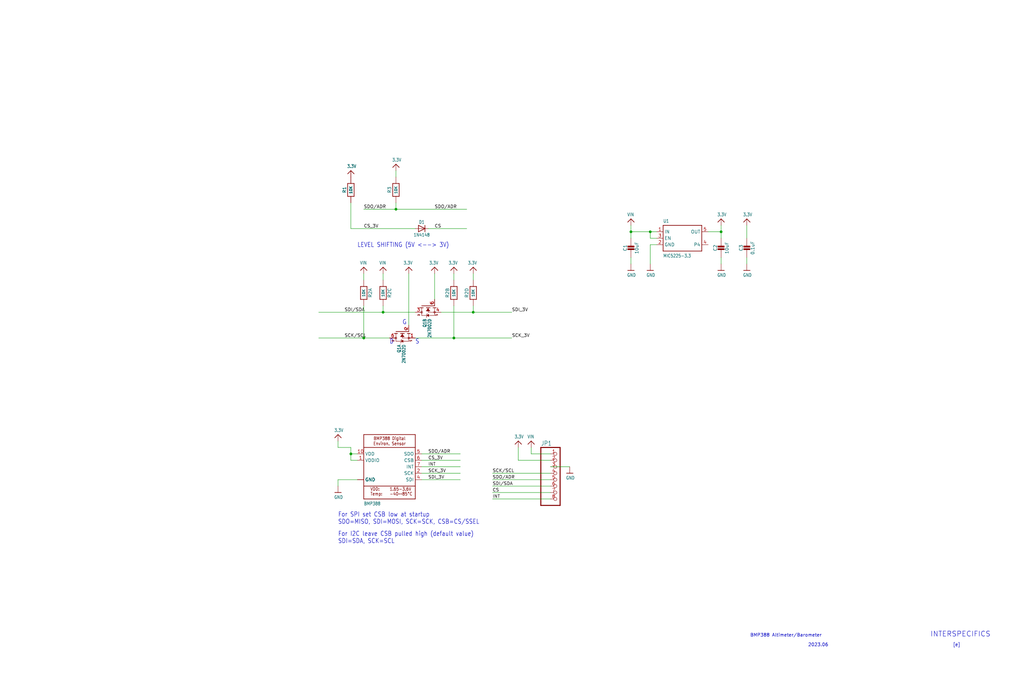
<source format=kicad_sch>
(kicad_sch (version 20230121) (generator eeschema)
  (paper "User" 404.012 270.662)
  (lib_symbols
    (symbol "Adafruit BMP388-eagle-import:3.3V" (power)
      (property "Value" "3.3V" (at -1.524 1.016 0))
      (symbol "3.3V_1_0"
        (polyline (pts (xy -1.27 -1.27) (xy 0 0)) (stroke (width 0.254)))
        (polyline (pts (xy 0 0) (xy 1.27 -1.27)) (stroke (width 0.254)))
        (pin power_in line (at 0 -2.54 90) (length 2.54) (name "3.3V") (number "1"))
      )
    )
    (symbol "Adafruit BMP388-eagle-import:BMP388"
      (symbol "BMP388_1_0"
        (polyline (pts (xy -10.16 -7.62) (xy -10.16 -12.7)) (stroke (width 0.254)))
        (polyline (pts (xy -10.16 -7.62) (xy -10.16 7.62)) (stroke (width 0.254)))
        (polyline (pts (xy -10.16 7.62) (xy 10.16 7.62)) (stroke (width 0.254)))
        (polyline (pts (xy -10.16 12.7) (xy -10.16 7.62)) (stroke (width 0.254)))
        (polyline (pts (xy -10.16 12.7) (xy 10.16 12.7)) (stroke (width 0.254)))
        (polyline (pts (xy 10.16 -12.7) (xy -10.16 -12.7)) (stroke (width 0.254)))
        (polyline (pts (xy 10.16 -7.62) (xy -10.16 -7.62)) (stroke (width 0.254)))
        (polyline (pts (xy 10.16 -7.62) (xy 10.16 -12.7)) (stroke (width 0.254)))
        (polyline (pts (xy 10.16 7.62) (xy 10.16 -7.62)) (stroke (width 0.254)))
        (polyline (pts (xy 10.16 12.7) (xy 10.16 7.62)) (stroke (width 0.254)))
        (text "-40~~85°C" (at 0 -11.43 0) (effects (font (size 1.27 1.0795)) (justify left bottom)))
        (text "1.65-3.6V" (at 0 -9.525 0) (effects (font (size 1.27 1.0795)) (justify left bottom)))
        (text "BMP388 Digital\nEnviron. Sensor" (at 0 10.16 0) (effects (font (size 1.27 1.0795))))
        (text "Temp:" (at -7.62 -11.43 0) (effects (font (size 1.27 1.0795)) (justify left bottom)))
        (text "VDD:" (at -7.62 -9.525 0) (effects (font (size 1.27 1.0795)) (justify left bottom)))
        (pin power_in line (at -12.7 2.54 0) (length 2.54) (name "VDDIO") (number "1"))
        (pin power_in line (at -12.7 5.08 0) (length 2.54) (name "VDD") (number "10"))
        (pin input line (at 12.7 -2.54 180) (length 2.54) (name "SCK") (number "2"))
        (pin power_in line (at -12.7 -5.08 0) (length 2.54) (name "GND") (number "3"))
        (pin input line (at 12.7 -5.08 180) (length 2.54) (name "SDI") (number "4"))
        (pin output line (at 12.7 5.08 180) (length 2.54) (name "SDO") (number "5"))
        (pin input line (at 12.7 2.54 180) (length 2.54) (name "CSB") (number "6"))
        (pin output line (at 12.7 0 180) (length 2.54) (name "INT") (number "7"))
        (pin power_in line (at -12.7 -5.08 0) (length 2.54) (name "GND") (number "8"))
        (pin power_in line (at -12.7 -5.08 0) (length 2.54) (name "GND") (number "9"))
      )
    )
    (symbol "Adafruit BMP388-eagle-import:CAP_CERAMIC0603_NO"
      (property "Reference" "C" (at -2.29 1.25 90))
      (symbol "CAP_CERAMIC0603_NO_1_0"
        (rectangle (start -1.27 0.508) (end 1.27 1.016) (fill (type outline)))
        (rectangle (start -1.27 1.524) (end 1.27 2.032) (fill (type outline)))
        (polyline (pts (xy 0 0.762) (xy 0 0)) (stroke (width 0.1524)))
        (polyline (pts (xy 0 2.54) (xy 0 1.778)) (stroke (width 0.1524)))
        (pin passive line (at 0 5.08 270) (length 2.54) (name "1") (number "1"))
        (pin passive line (at 0 -2.54 90) (length 2.54) (name "2") (number "2"))
      )
    )
    (symbol "Adafruit BMP388-eagle-import:CAP_CERAMIC0805-NOOUTLINE"
      (property "Reference" "C" (at -2.29 1.25 90))
      (symbol "CAP_CERAMIC0805-NOOUTLINE_1_0"
        (rectangle (start -1.27 0.508) (end 1.27 1.016) (fill (type outline)))
        (rectangle (start -1.27 1.524) (end 1.27 2.032) (fill (type outline)))
        (polyline (pts (xy 0 0.762) (xy 0 0)) (stroke (width 0.1524)))
        (polyline (pts (xy 0 2.54) (xy 0 1.778)) (stroke (width 0.1524)))
        (pin passive line (at 0 5.08 270) (length 2.54) (name "1") (number "1"))
        (pin passive line (at 0 -2.54 90) (length 2.54) (name "2") (number "2"))
      )
    )
    (symbol "Adafruit BMP388-eagle-import:DIODESOD-323"
      (property "Reference" "D" (at 0 2.54 0))
      (symbol "DIODESOD-323_1_0"
        (polyline (pts (xy -1.27 -1.27) (xy 1.27 0)) (stroke (width 0.254)))
        (polyline (pts (xy -1.27 1.27) (xy -1.27 -1.27)) (stroke (width 0.254)))
        (polyline (pts (xy 1.27 0) (xy -1.27 1.27)) (stroke (width 0.254)))
        (polyline (pts (xy 1.27 0) (xy 1.27 -1.27)) (stroke (width 0.254)))
        (polyline (pts (xy 1.27 1.27) (xy 1.27 0)) (stroke (width 0.254)))
        (pin passive line (at -2.54 0 0) (length 2.54) (name "A") (number "A"))
        (pin passive line (at 2.54 0 180) (length 2.54) (name "C") (number "C"))
      )
    )
    (symbol "Adafruit BMP388-eagle-import:GND" (power)
      (property "Value" "GND" (at -1.524 -2.54 0))
      (symbol "GND_1_0"
        (polyline (pts (xy -1.27 0) (xy 1.27 0)) (stroke (width 0.254)))
        (pin power_in line (at 0 2.54 270) (length 2.54) (name "GND") (number "1"))
      )
    )
    (symbol "Adafruit BMP388-eagle-import:HEADER-1X870MIL"
      (property "Reference" "JP" (at -6.35 13.335 0))
      (symbol "HEADER-1X870MIL_1_0"
        (polyline (pts (xy -6.35 -10.16) (xy 1.27 -10.16)) (stroke (width 0.4064)))
        (polyline (pts (xy -6.35 12.7) (xy -6.35 -10.16)) (stroke (width 0.4064)))
        (polyline (pts (xy 1.27 -10.16) (xy 1.27 12.7)) (stroke (width 0.4064)))
        (polyline (pts (xy 1.27 12.7) (xy -6.35 12.7)) (stroke (width 0.4064)))
        (pin passive inverted (at -2.54 10.16 0) (length 2.54) (name "1") (number "1"))
        (pin passive inverted (at -2.54 7.62 0) (length 2.54) (name "2") (number "2"))
        (pin passive inverted (at -2.54 5.08 0) (length 2.54) (name "3") (number "3"))
        (pin passive inverted (at -2.54 2.54 0) (length 2.54) (name "4") (number "4"))
        (pin passive inverted (at -2.54 0 0) (length 2.54) (name "5") (number "5"))
        (pin passive inverted (at -2.54 -2.54 0) (length 2.54) (name "6") (number "6"))
        (pin passive inverted (at -2.54 -5.08 0) (length 2.54) (name "7") (number "7"))
        (pin passive inverted (at -2.54 -7.62 0) (length 2.54) (name "8") (number "8"))
      )
    )
    (symbol "Adafruit BMP388-eagle-import:MOSFET-N_DUAL"
      (property "Reference" "Q" (at 5.08 0.635 0))
      (symbol "MOSFET-N_DUAL_1_0"
        (polyline (pts (xy 0 2.54) (xy 0 -2.54)) (stroke (width 0.254)))
        (polyline (pts (xy 0.762 -2.54) (xy 0.762 -3.175)) (stroke (width 0.254)))
        (polyline (pts (xy 0.762 -1.905) (xy 0.762 -2.54)) (stroke (width 0.254)))
        (polyline (pts (xy 0.762 0) (xy 0.762 -0.762)) (stroke (width 0.254)))
        (polyline (pts (xy 0.762 0) (xy 2.54 0)) (stroke (width 0.1524)))
        (polyline (pts (xy 0.762 0.762) (xy 0.762 0)) (stroke (width 0.254)))
        (polyline (pts (xy 0.762 2.54) (xy 0.762 1.905)) (stroke (width 0.254)))
        (polyline (pts (xy 0.762 2.54) (xy 3.81 2.54)) (stroke (width 0.1524)))
        (polyline (pts (xy 0.762 3.175) (xy 0.762 2.54)) (stroke (width 0.254)))
        (polyline (pts (xy 2.54 -2.54) (xy 0.762 -2.54)) (stroke (width 0.1524)))
        (polyline (pts (xy 2.54 -2.54) (xy 3.81 -2.54)) (stroke (width 0.1524)))
        (polyline (pts (xy 2.54 0) (xy 2.54 -2.54)) (stroke (width 0.1524)))
        (polyline (pts (xy 3.302 0.508) (xy 3.048 0.254)) (stroke (width 0.1524)))
        (polyline (pts (xy 3.81 0.508) (xy 3.302 0.508)) (stroke (width 0.1524)))
        (polyline (pts (xy 3.81 0.508) (xy 3.81 -2.54)) (stroke (width 0.1524)))
        (polyline (pts (xy 3.81 2.54) (xy 3.81 0.508)) (stroke (width 0.1524)))
        (polyline (pts (xy 4.318 0.508) (xy 3.81 0.508)) (stroke (width 0.1524)))
        (polyline (pts (xy 4.572 0.762) (xy 4.318 0.508)) (stroke (width 0.1524)))
        (polyline (pts (xy 1.016 0) (xy 2.032 0.762) (xy 2.032 -0.762)) (stroke (width 0.1524)) (fill (type outline)))
        (polyline (pts (xy 3.81 0.508) (xy 3.302 -0.254) (xy 4.318 -0.254)) (stroke (width 0.1524)) (fill (type outline)))
        (circle (center 2.54 -2.54) (radius 0.3592))
        (circle (center 2.54 2.54) (radius 0.3592))
        (text "D" (at 3.175 3.175 0) (effects (font (size 0.8128 0.6908)) (justify left bottom)))
        (text "G" (at -1.27 -1.905 0) (effects (font (size 0.8128 0.6908)) (justify left bottom)))
        (text "S" (at 3.175 -3.81 0) (effects (font (size 0.8128 0.6908)) (justify left bottom)))
        (pin bidirectional line (at 2.54 -5.08 90) (length 2.54) (name "S") (number "1"))
        (pin bidirectional line (at -2.54 -2.54 0) (length 2.54) (name "G") (number "2"))
        (pin bidirectional line (at 2.54 5.08 270) (length 2.54) (name "D") (number "6"))
      )
      (symbol "MOSFET-N_DUAL_2_0"
        (polyline (pts (xy 0 2.54) (xy 0 -2.54)) (stroke (width 0.254)))
        (polyline (pts (xy 0.762 -2.54) (xy 0.762 -3.175)) (stroke (width 0.254)))
        (polyline (pts (xy 0.762 -1.905) (xy 0.762 -2.54)) (stroke (width 0.254)))
        (polyline (pts (xy 0.762 0) (xy 0.762 -0.762)) (stroke (width 0.254)))
        (polyline (pts (xy 0.762 0) (xy 2.54 0)) (stroke (width 0.1524)))
        (polyline (pts (xy 0.762 0.762) (xy 0.762 0)) (stroke (width 0.254)))
        (polyline (pts (xy 0.762 2.54) (xy 0.762 1.905)) (stroke (width 0.254)))
        (polyline (pts (xy 0.762 2.54) (xy 3.81 2.54)) (stroke (width 0.1524)))
        (polyline (pts (xy 0.762 3.175) (xy 0.762 2.54)) (stroke (width 0.254)))
        (polyline (pts (xy 2.54 -2.54) (xy 0.762 -2.54)) (stroke (width 0.1524)))
        (polyline (pts (xy 2.54 -2.54) (xy 3.81 -2.54)) (stroke (width 0.1524)))
        (polyline (pts (xy 2.54 0) (xy 2.54 -2.54)) (stroke (width 0.1524)))
        (polyline (pts (xy 3.302 0.508) (xy 3.048 0.254)) (stroke (width 0.1524)))
        (polyline (pts (xy 3.81 0.508) (xy 3.302 0.508)) (stroke (width 0.1524)))
        (polyline (pts (xy 3.81 0.508) (xy 3.81 -2.54)) (stroke (width 0.1524)))
        (polyline (pts (xy 3.81 2.54) (xy 3.81 0.508)) (stroke (width 0.1524)))
        (polyline (pts (xy 4.318 0.508) (xy 3.81 0.508)) (stroke (width 0.1524)))
        (polyline (pts (xy 4.572 0.762) (xy 4.318 0.508)) (stroke (width 0.1524)))
        (polyline (pts (xy 1.016 0) (xy 2.032 0.762) (xy 2.032 -0.762)) (stroke (width 0.1524)) (fill (type outline)))
        (polyline (pts (xy 3.81 0.508) (xy 3.302 -0.254) (xy 4.318 -0.254)) (stroke (width 0.1524)) (fill (type outline)))
        (circle (center 2.54 -2.54) (radius 0.3592))
        (circle (center 2.54 2.54) (radius 0.3592))
        (text "D" (at 3.175 3.175 0) (effects (font (size 0.8128 0.6908)) (justify left bottom)))
        (text "G" (at -1.27 -1.905 0) (effects (font (size 0.8128 0.6908)) (justify left bottom)))
        (text "S" (at 3.175 -3.81 0) (effects (font (size 0.8128 0.6908)) (justify left bottom)))
        (pin bidirectional line (at 2.54 5.08 270) (length 2.54) (name "D") (number "3"))
        (pin bidirectional line (at 2.54 -5.08 90) (length 2.54) (name "S") (number "4"))
        (pin bidirectional line (at -2.54 -2.54 0) (length 2.54) (name "G") (number "5"))
      )
    )
    (symbol "Adafruit BMP388-eagle-import:RESISTOR_0603_NOOUT"
      (property "Reference" "R" (at 0 2.54 0))
      (symbol "RESISTOR_0603_NOOUT_1_0"
        (polyline (pts (xy -2.54 -1.27) (xy -2.54 1.27)) (stroke (width 0.254)))
        (polyline (pts (xy -2.54 1.27) (xy 2.54 1.27)) (stroke (width 0.254)))
        (polyline (pts (xy 2.54 -1.27) (xy -2.54 -1.27)) (stroke (width 0.254)))
        (polyline (pts (xy 2.54 1.27) (xy 2.54 -1.27)) (stroke (width 0.254)))
        (pin passive line (at -5.08 0 0) (length 2.54) (name "1") (number "1"))
        (pin passive line (at 5.08 0 180) (length 2.54) (name "2") (number "2"))
      )
    )
    (symbol "Adafruit BMP388-eagle-import:RESISTOR_4PACK"
      (property "Reference" "R" (at 0 2.54 0))
      (symbol "RESISTOR_4PACK_1_0"
        (polyline (pts (xy -2.54 -1.27) (xy -2.54 1.27)) (stroke (width 0.254)))
        (polyline (pts (xy -2.54 1.27) (xy 2.54 1.27)) (stroke (width 0.254)))
        (polyline (pts (xy 2.54 -1.27) (xy -2.54 -1.27)) (stroke (width 0.254)))
        (polyline (pts (xy 2.54 1.27) (xy 2.54 -1.27)) (stroke (width 0.254)))
        (pin passive line (at -5.08 0 0) (length 2.54) (name "1") (number "1"))
        (pin passive line (at 5.08 0 180) (length 2.54) (name "2") (number "8"))
      )
      (symbol "RESISTOR_4PACK_2_0"
        (polyline (pts (xy -2.54 -1.27) (xy -2.54 1.27)) (stroke (width 0.254)))
        (polyline (pts (xy -2.54 1.27) (xy 2.54 1.27)) (stroke (width 0.254)))
        (polyline (pts (xy 2.54 -1.27) (xy -2.54 -1.27)) (stroke (width 0.254)))
        (polyline (pts (xy 2.54 1.27) (xy 2.54 -1.27)) (stroke (width 0.254)))
        (pin passive line (at -5.08 0 0) (length 2.54) (name "1") (number "2"))
        (pin passive line (at 5.08 0 180) (length 2.54) (name "2") (number "7"))
      )
      (symbol "RESISTOR_4PACK_3_0"
        (polyline (pts (xy -2.54 -1.27) (xy -2.54 1.27)) (stroke (width 0.254)))
        (polyline (pts (xy -2.54 1.27) (xy 2.54 1.27)) (stroke (width 0.254)))
        (polyline (pts (xy 2.54 -1.27) (xy -2.54 -1.27)) (stroke (width 0.254)))
        (polyline (pts (xy 2.54 1.27) (xy 2.54 -1.27)) (stroke (width 0.254)))
        (pin passive line (at -5.08 0 0) (length 2.54) (name "1") (number "3"))
        (pin passive line (at 5.08 0 180) (length 2.54) (name "2") (number "6"))
      )
      (symbol "RESISTOR_4PACK_4_0"
        (polyline (pts (xy -2.54 -1.27) (xy -2.54 1.27)) (stroke (width 0.254)))
        (polyline (pts (xy -2.54 1.27) (xy 2.54 1.27)) (stroke (width 0.254)))
        (polyline (pts (xy 2.54 -1.27) (xy -2.54 -1.27)) (stroke (width 0.254)))
        (polyline (pts (xy 2.54 1.27) (xy 2.54 -1.27)) (stroke (width 0.254)))
        (pin passive line (at -5.08 0 0) (length 2.54) (name "1") (number "4"))
        (pin passive line (at 5.08 0 180) (length 2.54) (name "2") (number "5"))
      )
    )
    (symbol "Adafruit BMP388-eagle-import:VIN" (power)
      (property "Value" "VIN" (at -1.524 1.016 0))
      (symbol "VIN_1_0"
        (polyline (pts (xy -1.27 -1.27) (xy 0 0)) (stroke (width 0.254)))
        (polyline (pts (xy 0 0) (xy 1.27 -1.27)) (stroke (width 0.254)))
        (pin power_in line (at 0 -2.54 90) (length 2.54) (name "VIN") (number "1"))
      )
    )
    (symbol "Adafruit BMP388-eagle-import:VREG_SOT23-5"
      (property "Reference" "U" (at -7.62 6.096 0))
      (symbol "VREG_SOT23-5_1_0"
        (polyline (pts (xy -7.62 -5.08) (xy -7.62 5.08)) (stroke (width 0.254)))
        (polyline (pts (xy -7.62 5.08) (xy 7.62 5.08)) (stroke (width 0.254)))
        (polyline (pts (xy 7.62 -5.08) (xy -7.62 -5.08)) (stroke (width 0.254)))
        (polyline (pts (xy 7.62 5.08) (xy 7.62 -5.08)) (stroke (width 0.254)))
        (pin power_in line (at -10.16 2.54 0) (length 2.54) (name "IN") (number "1"))
        (pin power_in line (at -10.16 -2.54 0) (length 2.54) (name "GND") (number "2"))
        (pin input line (at -10.16 0 0) (length 2.54) (name "EN") (number "3"))
        (pin bidirectional line (at 10.16 -2.54 180) (length 2.54) (name "P4") (number "4"))
        (pin power_in line (at 10.16 2.54 180) (length 2.54) (name "OUT") (number "5"))
      )
    )
  )
  (junction (at 256.54 91.44))
  (junction (at 156.21 82.55))
  (junction (at 248.92 91.44))
  (junction (at 138.43 179.07))
  (junction (at 186.69 123.19))
  (junction (at 179.07 133.35))
  (junction (at 151.13 123.19))
  (junction (at 284.48 91.44))
  (junction (at 143.51 133.35))
  (wire (pts (xy 171.45 118.11) (xy 171.45 107.95)) (stroke (width 0.1524)))
  (wire (pts (xy 140.97 179.07) (xy 138.43 179.07)) (stroke (width 0.1524)))
  (wire (pts (xy 151.13 120.65) (xy 151.13 123.19)) (stroke (width 0.1524)))
  (wire (pts (xy 138.43 179.07) (xy 138.43 181.61)) (stroke (width 0.1524)))
  (wire (pts (xy 156.21 80.01) (xy 156.21 82.55)) (stroke (width 0.1524)))
  (wire (pts (xy 166.37 189.23) (xy 181.61 189.23)) (stroke (width 0.1524)))
  (wire (pts (xy 166.37 184.15) (xy 181.61 184.15)) (stroke (width 0.1524)))
  (wire (pts (xy 217.17 186.69) (xy 194.31 186.69)) (stroke (width 0.1524)))
  (wire (pts (xy 166.37 181.61) (xy 181.61 181.61)) (stroke (width 0.1524)))
  (wire (pts (xy 133.35 173.99) (xy 133.35 176.53)) (stroke (width 0.1524)))
  (wire (pts (xy 181.61 186.69) (xy 166.37 186.69)) (stroke (width 0.1524)))
  (wire (pts (xy 248.92 91.44) (xy 248.92 88.9)) (stroke (width 0.1524)))
  (wire (pts (xy 186.69 123.19) (xy 201.93 123.19)) (stroke (width 0.1524)))
  (wire (pts (xy 179.07 133.35) (xy 201.93 133.35)) (stroke (width 0.1524)))
  (wire (pts (xy 256.54 96.52) (xy 256.54 104.14)) (stroke (width 0.1524)))
  (wire (pts (xy 143.51 133.35) (xy 125.73 133.35)) (stroke (width 0.1524)))
  (wire (pts (xy 204.47 181.61) (xy 204.47 176.53)) (stroke (width 0.1524)))
  (wire (pts (xy 138.43 176.53) (xy 138.43 179.07)) (stroke (width 0.1524)))
  (wire (pts (xy 153.67 133.35) (xy 143.51 133.35)) (stroke (width 0.1524)))
  (wire (pts (xy 151.13 123.19) (xy 125.73 123.19)) (stroke (width 0.1524)))
  (wire (pts (xy 248.92 101.6) (xy 248.92 104.14)) (stroke (width 0.1524)))
  (wire (pts (xy 217.17 196.85) (xy 194.31 196.85)) (stroke (width 0.1524)))
  (wire (pts (xy 284.48 91.44) (xy 284.48 93.98)) (stroke (width 0.1524)))
  (wire (pts (xy 259.08 93.98) (xy 256.54 93.98)) (stroke (width 0.1524)))
  (wire (pts (xy 166.37 179.07) (xy 181.61 179.07)) (stroke (width 0.1524)))
  (wire (pts (xy 217.17 191.77) (xy 194.31 191.77)) (stroke (width 0.1524)))
  (wire (pts (xy 217.17 179.07) (xy 209.55 179.07)) (stroke (width 0.1524)))
  (wire (pts (xy 168.91 90.17) (xy 184.15 90.17)) (stroke (width 0.1524)))
  (wire (pts (xy 179.07 120.65) (xy 179.07 133.35)) (stroke (width 0.1524)))
  (wire (pts (xy 294.64 88.9) (xy 294.64 93.98)) (stroke (width 0.1524)))
  (wire (pts (xy 133.35 189.23) (xy 140.97 189.23)) (stroke (width 0.1524)))
  (wire (pts (xy 151.13 110.49) (xy 151.13 107.95)) (stroke (width 0.1524)))
  (wire (pts (xy 217.17 194.31) (xy 194.31 194.31)) (stroke (width 0.1524)))
  (wire (pts (xy 143.51 120.65) (xy 143.51 133.35)) (stroke (width 0.1524)))
  (wire (pts (xy 248.92 91.44) (xy 248.92 93.98)) (stroke (width 0.1524)))
  (wire (pts (xy 156.21 67.31) (xy 156.21 69.85)) (stroke (width 0.1524)))
  (wire (pts (xy 133.35 189.23) (xy 133.35 191.77)) (stroke (width 0.1524)))
  (wire (pts (xy 138.43 181.61) (xy 140.97 181.61)) (stroke (width 0.1524)))
  (wire (pts (xy 284.48 101.6) (xy 284.48 104.14)) (stroke (width 0.1524)))
  (wire (pts (xy 256.54 91.44) (xy 248.92 91.44)) (stroke (width 0.1524)))
  (wire (pts (xy 209.55 179.07) (xy 209.55 176.53)) (stroke (width 0.1524)))
  (wire (pts (xy 138.43 90.17) (xy 138.43 80.01)) (stroke (width 0.1524)))
  (wire (pts (xy 156.21 82.55) (xy 184.15 82.55)) (stroke (width 0.1524)))
  (wire (pts (xy 186.69 120.65) (xy 186.69 123.19)) (stroke (width 0.1524)))
  (wire (pts (xy 179.07 110.49) (xy 179.07 107.95)) (stroke (width 0.1524)))
  (wire (pts (xy 163.83 123.19) (xy 151.13 123.19)) (stroke (width 0.1524)))
  (wire (pts (xy 217.17 184.15) (xy 224.79 184.15)) (stroke (width 0.1524)))
  (wire (pts (xy 294.64 101.6) (xy 294.64 104.14)) (stroke (width 0.1524)))
  (wire (pts (xy 143.51 107.95) (xy 143.51 110.49)) (stroke (width 0.1524)))
  (wire (pts (xy 163.83 133.35) (xy 179.07 133.35)) (stroke (width 0.1524)))
  (wire (pts (xy 259.08 96.52) (xy 256.54 96.52)) (stroke (width 0.1524)))
  (wire (pts (xy 156.21 82.55) (xy 143.51 82.55)) (stroke (width 0.1524)))
  (wire (pts (xy 161.29 128.27) (xy 161.29 107.95)) (stroke (width 0.1524)))
  (wire (pts (xy 163.83 90.17) (xy 138.43 90.17)) (stroke (width 0.1524)))
  (wire (pts (xy 279.4 91.44) (xy 284.48 91.44)) (stroke (width 0.1524)))
  (wire (pts (xy 173.99 123.19) (xy 186.69 123.19)) (stroke (width 0.1524)))
  (wire (pts (xy 256.54 93.98) (xy 256.54 91.44)) (stroke (width 0.1524)))
  (wire (pts (xy 259.08 91.44) (xy 256.54 91.44)) (stroke (width 0.1524)))
  (wire (pts (xy 284.48 91.44) (xy 284.48 88.9)) (stroke (width 0.1524)))
  (wire (pts (xy 133.35 176.53) (xy 138.43 176.53)) (stroke (width 0.1524)))
  (wire (pts (xy 217.17 181.61) (xy 204.47 181.61)) (stroke (width 0.1524)))
  (wire (pts (xy 217.17 189.23) (xy 194.31 189.23)) (stroke (width 0.1524)))
  (wire (pts (xy 186.69 110.49) (xy 186.69 107.95)) (stroke (width 0.1524)))
  (text "D" (at 153.67 135.89 0) (effects (font (size 1.778 1.5113)) (justify left bottom)))
  (text "INTERSPECIFICS" (at 367.03 251.46 0) (effects (font (size 2 2)) (justify left bottom)))
  (text "G" (at 158.75 128.27 0) (effects (font (size 1.778 1.5113)) (justify left bottom)))
  (text "BMP388 Altimeter/Barometer\n" (at 295.91 251.46 0) (effects (font (size 1.27 1.27)) (justify left bottom)))
  (text "S" (at 163.83 135.89 0) (effects (font (size 1.778 1.5113)) (justify left bottom)))
  (text "[e]" (at 375.92 255.27 0) (effects (font (size 1.27 1.27)) (justify left bottom)))
  (text "For SPI set CSB low at startup\nSDO=MISO, SDI=MOSI, SCK=SCK, CSB=CS/SSEL" (at 133.35 207.01 0) (effects (font (size 1.778 1.5113)) (justify left bottom)))
  (text "2023.06\n" (at 318.77 255.27 0) (effects (font (size 1.27 1.27)) (justify left bottom)))
  (text "LEVEL SHIFTING (5V <--> 3V)" (at 140.97 97.79 0) (effects (font (size 1.778 1.5113)) (justify left bottom)))
  (text "For I2C leave CSB pulled high (default value)\nSDI=SDA, SCK=SCL" (at 133.35 214.63 0) (effects (font (size 1.778 1.5113)) (justify left bottom)))
  (label "SDI_3V" (at 168.91 189.23 0) (effects (font (size 1.2446 1.2446))))
  (label "CS_3V" (at 168.91 181.61 0) (effects (font (size 1.2446 1.2446))))
  (label "SDO/ADR" (at 143.51 82.55 0) (effects (font (size 1.2446 1.2446))))
  (label "SCK/SCL" (at 194.31 186.69 0) (effects (font (size 1.2446 1.2446))))
  (label "CS_3V" (at 143.51 90.17 0) (effects (font (size 1.2446 1.2446))))
  (label "SCK_3V" (at 201.93 133.35 0) (effects (font (size 1.2446 1.2446))))
  (label "SCK_3V" (at 168.91 186.69 0) (effects (font (size 1.2446 1.2446))))
  (label "SDI/SDA" (at 135.89 123.19 0) (effects (font (size 1.2446 1.2446))))
  (label "INT" (at 194.31 196.85 0) (effects (font (size 1.2446 1.2446))))
  (label "CS" (at 194.31 194.31 0) (effects (font (size 1.2446 1.2446))))
  (label "INT" (at 168.91 184.15 0) (effects (font (size 1.2446 1.2446))))
  (label "SDI_3V" (at 201.93 123.19 0) (effects (font (size 1.2446 1.2446))))
  (label "CS" (at 171.45 90.17 0) (effects (font (size 1.2446 1.2446))))
  (label "SDO/ADR" (at 171.45 82.55 0) (effects (font (size 1.2446 1.2446))))
  (label "SDI/SDA" (at 194.31 191.77 0) (effects (font (size 1.2446 1.2446))))
  (label "SCK/SCL" (at 135.89 133.35 0) (effects (font (size 1.2446 1.2446))))
  (label "SDO/ADR" (at 194.31 189.23 0) (effects (font (size 1.2446 1.2446))))
  (label "SDO/ADR" (at 168.91 179.07 0) (effects (font (size 1.2446 1.2446))))
  (symbol (lib_id "Adafruit BMP388-eagle-import:VIN") (at 248.92 86.36 0) (unit 1)
    (property "Reference" "#U$014" (effects hide))
    (property "Value" "VIN" (at 247.396 85.344 0) (effects (font (size 1.27 1.0795)) (justify left bottom)))
  )
  (symbol (lib_id "Adafruit BMP388-eagle-import:RESISTOR_4PACK") (at 151.13 115.57 270) (unit 3)
    (property "Reference" "R2" (at 153.67 115.57 0))
    (property "Value" "10K" (at 151.13 115.57 0) (effects (font (size 1.016 1.016) bold)))
    (property "Footprint" "Adafruit BMP388:RESPACK_4X0603" (effects hide))
  )
  (symbol (lib_id "Adafruit BMP388-eagle-import:GND") (at 256.54 106.68 0) (unit 1)
    (property "Reference" "#U$016" (effects hide))
    (property "Value" "GND" (at 255.016 109.22 0) (effects (font (size 1.27 1.0795)) (justify left bottom)))
  )
  (symbol (lib_id "Adafruit BMP388-eagle-import:3.3V") (at 284.48 86.36 0) (unit 1)
    (property "Reference" "#U$017" (effects hide))
    (property "Value" "3.3V" (at 282.956 85.344 0) (effects (font (size 1.27 1.0795)) (justify left bottom)))
  )
  (symbol (lib_id "Adafruit BMP388-eagle-import:3.3V") (at 133.35 171.45 0) (unit 1)
    (property "Reference" "#U$01" (effects hide))
    (property "Value" "3.3V" (at 131.826 170.434 0) (effects (font (size 1.27 1.0795)) (justify left bottom)))
  )
  (symbol (lib_id "Adafruit BMP388-eagle-import:CAP_CERAMIC0603_NO") (at 294.64 99.06 0) (unit 1)
    (property "Reference" "C3" (at 292.35 97.81 90))
    (property "Value" "0.1uF" (at 296.94 97.81 90))
    (property "Footprint" "Adafruit BMP388:0603-NO" (effects hide))
  )
  (symbol (lib_id "Adafruit BMP388-eagle-import:RESISTOR_4PACK") (at 179.07 115.57 90) (mirror x) (unit 2)
    (property "Reference" "R2" (at 176.53 115.57 0))
    (property "Value" "10K" (at 179.07 115.57 0) (effects (font (size 1.016 1.016) bold)))
    (property "Footprint" "Adafruit BMP388:RESPACK_4X0603" (effects hide))
  )
  (symbol (lib_id "Adafruit BMP388-eagle-import:BMP388") (at 153.67 184.15 0) (unit 1)
    (property "Reference" "IC1" (effects hide))
    (property "Value" "BMP388" (at 143.51 199.39 0) (effects (font (size 1.27 1.0795)) (justify left bottom)))
    (property "Footprint" "Adafruit BMP388:BMP388" (effects hide))
  )
  (symbol (lib_id "Adafruit BMP388-eagle-import:GND") (at 248.92 106.68 0) (unit 1)
    (property "Reference" "#U$015" (effects hide))
    (property "Value" "GND" (at 247.396 109.22 0) (effects (font (size 1.27 1.0795)) (justify left bottom)))
  )
  (symbol (lib_id "Adafruit BMP388-eagle-import:3.3V") (at 156.21 64.77 0) (unit 1)
    (property "Reference" "#U$06" (effects hide))
    (property "Value" "3.3V" (at 154.686 63.754 0) (effects (font (size 1.27 1.0795)) (justify left bottom)))
  )
  (symbol (lib_id "Adafruit BMP388-eagle-import:RESISTOR_0603_NOOUT") (at 138.43 74.93 90) (unit 1)
    (property "Reference" "R1" (at 135.89 74.93 0))
    (property "Value" "10K" (at 138.43 74.93 0) (effects (font (size 1.016 1.016) bold)))
    (property "Footprint" "Adafruit BMP388:0603-NO" (effects hide))
  )
  (symbol (lib_id "Adafruit BMP388-eagle-import:GND") (at 133.35 194.31 0) (unit 1)
    (property "Reference" "#U$02" (effects hide))
    (property "Value" "GND" (at 131.826 196.85 0) (effects (font (size 1.27 1.0795)) (justify left bottom)))
  )
  (symbol (lib_id "Adafruit BMP388-eagle-import:CAP_CERAMIC0805-NOOUTLINE") (at 248.92 99.06 0) (unit 1)
    (property "Reference" "C1" (at 246.63 97.81 90))
    (property "Value" "10uF" (at 251.22 97.81 90))
    (property "Footprint" "Adafruit BMP388:0805-NO" (effects hide))
  )
  (symbol (lib_id "Adafruit BMP388-eagle-import:HEADER-1X870MIL") (at 219.71 189.23 0) (unit 1)
    (property "Reference" "JP1" (at 213.36 175.895 0) (effects (font (size 1.778 1.5113)) (justify left bottom)))
    (property "Value" "HEADER-1X870MIL" (effects hide))
    (property "Footprint" "Adafruit BMP388:1X08_ROUND_70" (effects hide))
  )
  (symbol (lib_id "Adafruit BMP388-eagle-import:3.3V") (at 179.07 105.41 0) (mirror y) (unit 1)
    (property "Reference" "#U$09" (effects hide))
    (property "Value" "3.3V" (at 180.594 104.394 0) (effects (font (size 1.27 1.0795)) (justify left bottom)))
  )
  (symbol (lib_id "Adafruit BMP388-eagle-import:3.3V") (at 294.64 86.36 0) (unit 1)
    (property "Reference" "#U$019" (effects hide))
    (property "Value" "3.3V" (at 293.116 85.344 0) (effects (font (size 1.27 1.0795)) (justify left bottom)))
  )
  (symbol (lib_id "Adafruit BMP388-eagle-import:MOSFET-N_DUAL") (at 158.75 130.81 90) (mirror x) (unit 1)
    (property "Reference" "Q1" (at 158.115 135.89 0) (effects (font (size 1.27 1.0795)) (justify left bottom)))
    (property "Value" "2N7002D" (at 160.02 135.89 0) (effects (font (size 1.27 1.0795)) (justify left bottom)))
    (property "Footprint" "Adafruit BMP388:SOT363" (effects hide))
  )
  (symbol (lib_id "Adafruit BMP388-eagle-import:VIN") (at 209.55 173.99 0) (unit 1)
    (property "Reference" "#U$012" (effects hide))
    (property "Value" "VIN" (at 208.026 172.974 0) (effects (font (size 1.27 1.0795)) (justify left bottom)))
  )
  (symbol (lib_id "Adafruit BMP388-eagle-import:VIN") (at 143.51 105.41 0) (unit 1)
    (property "Reference" "#U$04" (effects hide))
    (property "Value" "VIN" (at 141.986 104.394 0) (effects (font (size 1.27 1.0795)) (justify left bottom)))
  )
  (symbol (lib_id "Adafruit BMP388-eagle-import:GND") (at 224.79 186.69 0) (unit 1)
    (property "Reference" "#U$013" (effects hide))
    (property "Value" "GND" (at 223.266 189.23 0) (effects (font (size 1.27 1.0795)) (justify left bottom)))
  )
  (symbol (lib_id "Adafruit BMP388-eagle-import:3.3V") (at 186.69 105.41 0) (mirror y) (unit 1)
    (property "Reference" "#U$010" (effects hide))
    (property "Value" "3.3V" (at 188.214 104.394 0) (effects (font (size 1.27 1.0795)) (justify left bottom)))
  )
  (symbol (lib_id "Adafruit BMP388-eagle-import:MOSFET-N_DUAL") (at 168.91 120.65 90) (mirror x) (unit 2)
    (property "Reference" "Q1" (at 168.275 125.73 0) (effects (font (size 1.27 1.0795)) (justify left bottom)))
    (property "Value" "2N7002D" (at 170.18 125.73 0) (effects (font (size 1.27 1.0795)) (justify left bottom)))
    (property "Footprint" "Adafruit BMP388:SOT363" (effects hide))
  )
  (symbol (lib_id "Adafruit BMP388-eagle-import:CAP_CERAMIC0805-NOOUTLINE") (at 284.48 99.06 0) (unit 1)
    (property "Reference" "C2" (at 282.19 97.81 90))
    (property "Value" "10uF" (at 286.78 97.81 90))
    (property "Footprint" "Adafruit BMP388:0805-NO" (effects hide))
  )
  (symbol (lib_id "Adafruit BMP388-eagle-import:DIODESOD-323") (at 166.37 90.17 0) (unit 1)
    (property "Reference" "D1" (at 166.37 87.63 0) (effects (font (size 1.27 1.0795))))
    (property "Value" "1N4148" (at 166.37 92.67 0) (effects (font (size 1.27 1.0795))))
    (property "Footprint" "Adafruit BMP388:SOD-323" (effects hide))
  )
  (symbol (lib_id "Adafruit BMP388-eagle-import:VREG_SOT23-5") (at 269.24 93.98 0) (unit 1)
    (property "Reference" "U1" (at 261.62 87.884 0) (effects (font (size 1.27 1.0795)) (justify left bottom)))
    (property "Value" "MIC5225-3.3" (at 261.62 101.6 0) (effects (font (size 1.27 1.0795)) (justify left bottom)))
    (property "Footprint" "Adafruit BMP388:SOT23-5" (effects hide))
  )
  (symbol (lib_id "Adafruit BMP388-eagle-import:RESISTOR_4PACK") (at 143.51 115.57 270) (unit 1)
    (property "Reference" "R2" (at 146.05 115.57 0))
    (property "Value" "10K" (at 143.51 115.57 0) (effects (font (size 1.016 1.016) bold)))
    (property "Footprint" "Adafruit BMP388:RESPACK_4X0603" (effects hide))
  )
  (symbol (lib_id "Adafruit BMP388-eagle-import:RESISTOR_0603_NOOUT") (at 156.21 74.93 90) (unit 1)
    (property "Reference" "R3" (at 153.67 74.93 0))
    (property "Value" "10K" (at 156.21 74.93 0) (effects (font (size 1.016 1.016) bold)))
    (property "Footprint" "Adafruit BMP388:0603-NO" (effects hide))
  )
  (symbol (lib_id "Adafruit BMP388-eagle-import:VIN") (at 151.13 105.41 0) (unit 1)
    (property "Reference" "#U$05" (effects hide))
    (property "Value" "VIN" (at 149.606 104.394 0) (effects (font (size 1.27 1.0795)) (justify left bottom)))
  )
  (symbol (lib_id "Adafruit BMP388-eagle-import:3.3V") (at 161.29 105.41 0) (mirror y) (unit 1)
    (property "Reference" "#U$07" (effects hide))
    (property "Value" "3.3V" (at 162.814 104.394 0) (effects (font (size 1.27 1.0795)) (justify left bottom)))
  )
  (symbol (lib_id "Adafruit BMP388-eagle-import:GND") (at 294.64 106.68 0) (unit 1)
    (property "Reference" "#U$020" (effects hide))
    (property "Value" "GND" (at 293.116 109.22 0) (effects (font (size 1.27 1.0795)) (justify left bottom)))
  )
  (symbol (lib_id "Adafruit BMP388-eagle-import:RESISTOR_4PACK") (at 186.69 115.57 90) (mirror x) (unit 4)
    (property "Reference" "R2" (at 184.15 115.57 0))
    (property "Value" "10K" (at 186.69 115.57 0) (effects (font (size 1.016 1.016) bold)))
    (property "Footprint" "Adafruit BMP388:RESPACK_4X0603" (effects hide))
  )
  (symbol (lib_id "Adafruit BMP388-eagle-import:GND") (at 284.48 106.68 0) (unit 1)
    (property "Reference" "#U$018" (effects hide))
    (property "Value" "GND" (at 282.956 109.22 0) (effects (font (size 1.27 1.0795)) (justify left bottom)))
  )
  (symbol (lib_id "Adafruit BMP388-eagle-import:3.3V") (at 171.45 105.41 0) (mirror y) (unit 1)
    (property "Reference" "#U$08" (effects hide))
    (property "Value" "3.3V" (at 172.974 104.394 0) (effects (font (size 1.27 1.0795)) (justify left bottom)))
  )
  (symbol (lib_id "Adafruit BMP388-eagle-import:3.3V") (at 138.43 67.31 0) (unit 1)
    (property "Reference" "#U$03" (effects hide))
    (property "Value" "3.3V" (at 136.906 66.294 0) (effects (font (size 1.27 1.0795)) (justify left bottom)))
  )
  (symbol (lib_id "Adafruit BMP388-eagle-import:3.3V") (at 204.47 173.99 0) (unit 1)
    (property "Reference" "#U$011" (effects hide))
    (property "Value" "3.3V" (at 202.946 172.974 0) (effects (font (size 1.27 1.0795)) (justify left bottom)))
  )
)
</source>
